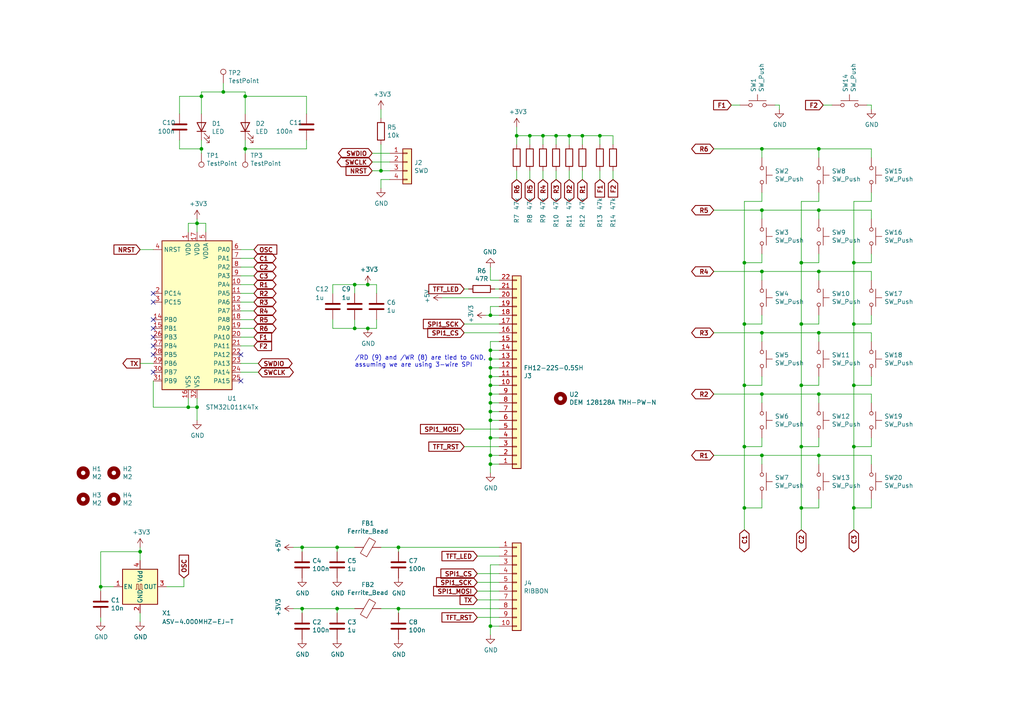
<source format=kicad_sch>
(kicad_sch (version 20211123) (generator eeschema)
  (paper "A4")
  (title_block (title "HMI Board") (date "2020-01-18") (comment 4 "TR-9 Open Source Digital Radio"))
  (lib_symbols
    (symbol "Connector:TestPoint" (pin_numbers hide) (pin_names (offset 0.762) hide)
      (property "Reference" "TP" (at 0 6.858 0))
      (property "Value" "TestPoint" (at 0 5.08 0))
      (symbol "TestPoint_1_1"
        (pin passive line (at 0 0 90) (length 2.54) (name "1") (number "1"))
      )
    )
    (symbol "Connector_Generic:Conn_01x04" (pin_names (offset 1.016) hide)
      (property "Reference" "J" (at 0 5.08 0))
      (property "Value" "Conn_01x04" (at 0 -7.62 0))
      (symbol "Conn_01x04_1_1"
        (pin passive line (at -5.08 2.54 0) (length 3.81) (name "Pin_1") (number "1"))
        (pin passive line (at -5.08 0 0) (length 3.81) (name "Pin_2") (number "2"))
        (pin passive line (at -5.08 -2.54 0) (length 3.81) (name "Pin_3") (number "3"))
        (pin passive line (at -5.08 -5.08 0) (length 3.81) (name "Pin_4") (number "4"))
      )
    )
    (symbol "Connector_Generic:Conn_01x10" (pin_names (offset 1.016) hide)
      (property "Reference" "J" (at 0 12.7 0))
      (property "Value" "Conn_01x10" (at 0 -15.24 0))
      (symbol "Conn_01x10_1_1"
        (pin passive line (at -5.08 10.16 0) (length 3.81) (name "Pin_1") (number "1"))
        (pin passive line (at -5.08 -12.7 0) (length 3.81) (name "Pin_10") (number "10"))
        (pin passive line (at -5.08 7.62 0) (length 3.81) (name "Pin_2") (number "2"))
        (pin passive line (at -5.08 5.08 0) (length 3.81) (name "Pin_3") (number "3"))
        (pin passive line (at -5.08 2.54 0) (length 3.81) (name "Pin_4") (number "4"))
        (pin passive line (at -5.08 0 0) (length 3.81) (name "Pin_5") (number "5"))
        (pin passive line (at -5.08 -2.54 0) (length 3.81) (name "Pin_6") (number "6"))
        (pin passive line (at -5.08 -5.08 0) (length 3.81) (name "Pin_7") (number "7"))
        (pin passive line (at -5.08 -7.62 0) (length 3.81) (name "Pin_8") (number "8"))
        (pin passive line (at -5.08 -10.16 0) (length 3.81) (name "Pin_9") (number "9"))
      )
    )
    (symbol "Connector_Generic:Conn_01x22" (pin_names (offset 1.016) hide)
      (property "Reference" "J" (at 0 27.94 0))
      (property "Value" "Conn_01x22" (at 0 -30.48 0))
      (symbol "Conn_01x22_1_1"
        (pin passive line (at -5.08 25.4 0) (length 3.81) (name "Pin_1") (number "1"))
        (pin passive line (at -5.08 2.54 0) (length 3.81) (name "Pin_10") (number "10"))
        (pin passive line (at -5.08 0 0) (length 3.81) (name "Pin_11") (number "11"))
        (pin passive line (at -5.08 -2.54 0) (length 3.81) (name "Pin_12") (number "12"))
        (pin passive line (at -5.08 -5.08 0) (length 3.81) (name "Pin_13") (number "13"))
        (pin passive line (at -5.08 -7.62 0) (length 3.81) (name "Pin_14") (number "14"))
        (pin passive line (at -5.08 -10.16 0) (length 3.81) (name "Pin_15") (number "15"))
        (pin passive line (at -5.08 -12.7 0) (length 3.81) (name "Pin_16") (number "16"))
        (pin passive line (at -5.08 -15.24 0) (length 3.81) (name "Pin_17") (number "17"))
        (pin passive line (at -5.08 -17.78 0) (length 3.81) (name "Pin_18") (number "18"))
        (pin passive line (at -5.08 -20.32 0) (length 3.81) (name "Pin_19") (number "19"))
        (pin passive line (at -5.08 22.86 0) (length 3.81) (name "Pin_2") (number "2"))
        (pin passive line (at -5.08 -22.86 0) (length 3.81) (name "Pin_20") (number "20"))
        (pin passive line (at -5.08 -25.4 0) (length 3.81) (name "Pin_21") (number "21"))
        (pin passive line (at -5.08 -27.94 0) (length 3.81) (name "Pin_22") (number "22"))
        (pin passive line (at -5.08 20.32 0) (length 3.81) (name "Pin_3") (number "3"))
        (pin passive line (at -5.08 17.78 0) (length 3.81) (name "Pin_4") (number "4"))
        (pin passive line (at -5.08 15.24 0) (length 3.81) (name "Pin_5") (number "5"))
        (pin passive line (at -5.08 12.7 0) (length 3.81) (name "Pin_6") (number "6"))
        (pin passive line (at -5.08 10.16 0) (length 3.81) (name "Pin_7") (number "7"))
        (pin passive line (at -5.08 7.62 0) (length 3.81) (name "Pin_8") (number "8"))
        (pin passive line (at -5.08 5.08 0) (length 3.81) (name "Pin_9") (number "9"))
      )
    )
    (symbol "Device:C" (pin_numbers hide) (pin_names (offset 0.254))
      (property "Reference" "C" (at 0.635 2.54 0))
      (property "Value" "C" (at 0.635 -2.54 0))
      (symbol "C_1_1"
        (pin passive line (at 0 3.81 270) (length 2.794) (name "~") (number "1"))
        (pin passive line (at 0 -3.81 90) (length 2.794) (name "~") (number "2"))
      )
    )
    (symbol "Device:Ferrite_Bead" (pin_numbers hide) (pin_names (offset 0))
      (property "Reference" "FB" (at -3.81 0.635 90))
      (property "Value" "Device_Ferrite_Bead" (at 3.81 0 90))
      (symbol "Ferrite_Bead_1_1"
        (pin passive line (at 0 3.81 270) (length 2.54) (name "~") (number "1"))
        (pin passive line (at 0 -3.81 90) (length 2.54) (name "~") (number "2"))
      )
    )
    (symbol "Device:LED" (pin_numbers hide) (pin_names (offset 1.016) hide)
      (property "Reference" "D" (at 0 2.54 0))
      (property "Value" "LED" (at 0 -2.54 0))
      (symbol "LED_1_1"
        (pin passive line (at -3.81 0 0) (length 2.54) (name "K") (number "1"))
        (pin passive line (at 3.81 0 180) (length 2.54) (name "A") (number "2"))
      )
    )
    (symbol "Device:R" (pin_numbers hide) (pin_names (offset 0))
      (property "Reference" "R" (at 2.032 0 90))
      (property "Value" "R" (at 0 0 90))
      (symbol "R_1_1"
        (pin passive line (at 0 3.81 270) (length 1.27) (name "~") (number "1"))
        (pin passive line (at 0 -3.81 90) (length 1.27) (name "~") (number "2"))
      )
    )
    (symbol "MCU_ST_STM32L0:STM32L011K4Tx"
      (property "Reference" "U" (at -10.16 21.59 0))
      (property "Value" "STM32L011K4Tx" (at 5.08 21.59 0))
      (symbol "STM32L011K4Tx_1_1"
        (pin power_in line (at -2.54 22.86 270) (length 2.54) (name "VDD") (number "1"))
        (pin bidirectional line (at 12.7 7.62 180) (length 2.54) (name "PA4") (number "10"))
        (pin bidirectional line (at 12.7 5.08 180) (length 2.54) (name "PA5") (number "11"))
        (pin bidirectional line (at 12.7 2.54 180) (length 2.54) (name "PA6") (number "12"))
        (pin bidirectional line (at 12.7 0 180) (length 2.54) (name "PA7") (number "13"))
        (pin bidirectional line (at -12.7 -2.54 0) (length 2.54) (name "PB0") (number "14"))
        (pin bidirectional line (at -12.7 -5.08 0) (length 2.54) (name "PB1") (number "15"))
        (pin power_in line (at -2.54 -25.4 90) (length 2.54) (name "VSS") (number "16"))
        (pin power_in line (at 0 22.86 270) (length 2.54) (name "VDD") (number "17"))
        (pin bidirectional line (at 12.7 -2.54 180) (length 2.54) (name "PA8") (number "18"))
        (pin bidirectional line (at 12.7 -5.08 180) (length 2.54) (name "PA9") (number "19"))
        (pin bidirectional line (at -12.7 5.08 0) (length 2.54) (name "PC14") (number "2"))
        (pin bidirectional line (at 12.7 -7.62 180) (length 2.54) (name "PA10") (number "20"))
        (pin bidirectional line (at 12.7 -10.16 180) (length 2.54) (name "PA11") (number "21"))
        (pin bidirectional line (at 12.7 -12.7 180) (length 2.54) (name "PA12") (number "22"))
        (pin bidirectional line (at 12.7 -15.24 180) (length 2.54) (name "PA13") (number "23"))
        (pin bidirectional line (at 12.7 -17.78 180) (length 2.54) (name "PA14") (number "24"))
        (pin bidirectional line (at 12.7 -20.32 180) (length 2.54) (name "PA15") (number "25"))
        (pin bidirectional line (at -12.7 -7.62 0) (length 2.54) (name "PB3") (number "26"))
        (pin bidirectional line (at -12.7 -10.16 0) (length 2.54) (name "PB4") (number "27"))
        (pin bidirectional line (at -12.7 -12.7 0) (length 2.54) (name "PB5") (number "28"))
        (pin bidirectional line (at -12.7 -15.24 0) (length 2.54) (name "PB6") (number "29"))
        (pin bidirectional line (at -12.7 2.54 0) (length 2.54) (name "PC15") (number "3"))
        (pin bidirectional line (at -12.7 -17.78 0) (length 2.54) (name "PB7") (number "30"))
        (pin bidirectional line (at -12.7 -20.32 0) (length 2.54) (name "PB9") (number "31"))
        (pin power_in line (at 0 -25.4 90) (length 2.54) (name "VSS") (number "32"))
        (pin input line (at -12.7 17.78 0) (length 2.54) (name "NRST") (number "4"))
        (pin power_in line (at 2.54 22.86 270) (length 2.54) (name "VDDA") (number "5"))
        (pin bidirectional line (at 12.7 17.78 180) (length 2.54) (name "PA0") (number "6"))
        (pin bidirectional line (at 12.7 15.24 180) (length 2.54) (name "PA1") (number "7"))
        (pin bidirectional line (at 12.7 12.7 180) (length 2.54) (name "PA2") (number "8"))
        (pin bidirectional line (at 12.7 10.16 180) (length 2.54) (name "PA3") (number "9"))
      )
    )
    (symbol "Mechanical:MountingHole" (pin_names (offset 1.016))
      (property "Reference" "H" (at 0 5.08 0))
      (property "Value" "MountingHole" (at 0 3.175 0))
    )
    (symbol "Oscillator:ASV-xxxMHz" (pin_names (offset 0.254))
      (property "Reference" "X" (at -5.08 6.35 0))
      (property "Value" "ASV-xxxMHz" (at 1.27 -6.35 0))
      (symbol "ASV-xxxMHz_1_1"
        (pin input line (at -7.62 0 0) (length 2.54) (name "EN") (number "1"))
        (pin power_in line (at 0 -7.62 90) (length 2.54) (name "GND") (number "2"))
        (pin output line (at 7.62 0 180) (length 2.54) (name "OUT") (number "3"))
        (pin power_in line (at 0 7.62 270) (length 2.54) (name "Vdd") (number "4"))
      )
    )
    (symbol "Switch:SW_Push" (pin_numbers hide) (pin_names (offset 1.016) hide)
      (property "Reference" "SW" (at 1.27 2.54 0))
      (property "Value" "SW_Push" (at 0 -1.524 0))
      (symbol "SW_Push_0_1"
        (pin passive line (at -5.08 0 0) (length 2.54) (name "1") (number "1"))
        (pin passive line (at 5.08 0 180) (length 2.54) (name "2") (number "2"))
      )
    )
    (symbol "power:+3.3V" (power) (pin_names (offset 0))
      (property "Value" "+3.3V" (at 0 3.556 0))
      (symbol "+3.3V_1_1"
        (pin power_in line (at 0 0 90) (length 0) hide (name "+3V3") (number "1"))
      )
    )
    (symbol "power:+5V" (power) (pin_names (offset 0))
      (property "Value" "+5V" (at 0 3.556 0))
      (symbol "+5V_1_1"
        (pin power_in line (at 0 0 90) (length 0) hide (name "+5V") (number "1"))
      )
    )
    (symbol "power:GND" (power) (pin_names (offset 0))
      (property "Value" "GND" (at 0 -3.81 0))
      (symbol "GND_1_1"
        (pin power_in line (at 0 0 270) (length 0) hide (name "GND") (number "1"))
      )
    )
  )
  (junction (at 215.9 93.98))
  (junction (at 165.1 39.37))
  (junction (at 232.41 93.98))
  (junction (at 29.21 170.18))
  (junction (at 220.98 78.74))
  (junction (at 142.24 91.44))
  (junction (at 71.12 43.18))
  (junction (at 149.86 39.37))
  (junction (at 110.49 49.53))
  (junction (at 115.57 158.75))
  (junction (at 247.65 111.76))
  (junction (at 142.24 121.92))
  (junction (at 247.65 147.32))
  (junction (at 173.99 39.37))
  (junction (at 71.12 27.94))
  (junction (at 64.77 26.67))
  (junction (at 142.24 116.84))
  (junction (at 220.98 43.18))
  (junction (at 232.41 147.32))
  (junction (at 247.65 129.54))
  (junction (at 142.24 111.76))
  (junction (at 237.49 96.52))
  (junction (at 106.68 95.25))
  (junction (at 232.41 111.76))
  (junction (at 220.98 96.52))
  (junction (at 106.68 82.55))
  (junction (at 102.87 95.25))
  (junction (at 215.9 129.54))
  (junction (at 142.24 127))
  (junction (at 237.49 114.3))
  (junction (at 115.57 176.53))
  (junction (at 220.98 132.08))
  (junction (at 232.41 76.2))
  (junction (at 40.64 160.02))
  (junction (at 57.15 64.77))
  (junction (at 142.24 106.68))
  (junction (at 157.48 39.37))
  (junction (at 97.79 158.75))
  (junction (at 153.67 39.37))
  (junction (at 58.42 43.18))
  (junction (at 161.29 39.37))
  (junction (at 220.98 114.3))
  (junction (at 58.42 27.94))
  (junction (at 220.98 60.96))
  (junction (at 87.63 176.53))
  (junction (at 247.65 76.2))
  (junction (at 142.24 134.62))
  (junction (at 142.24 114.3))
  (junction (at 215.9 76.2))
  (junction (at 215.9 111.76))
  (junction (at 142.24 101.6))
  (junction (at 237.49 78.74))
  (junction (at 97.79 176.53))
  (junction (at 142.24 104.14))
  (junction (at 215.9 147.32))
  (junction (at 87.63 158.75))
  (junction (at 237.49 43.18))
  (junction (at 57.15 118.11))
  (junction (at 247.65 93.98))
  (junction (at 237.49 132.08))
  (junction (at 54.61 118.11))
  (junction (at 142.24 119.38))
  (junction (at 232.41 129.54))
  (junction (at 142.24 132.08))
  (junction (at 102.87 82.55))
  (junction (at 142.24 109.22))
  (junction (at 237.49 60.96))
  (junction (at 168.91 39.37))
  (junction (at 142.24 181.61))
  (no_connect (at 69.85 110.49))
  (no_connect (at 44.45 102.87))
  (no_connect (at 44.45 87.63))
  (no_connect (at 44.45 85.09))
  (no_connect (at 69.85 102.87))
  (no_connect (at 44.45 100.33))
  (no_connect (at 44.45 95.25))
  (no_connect (at 44.45 92.71))
  (no_connect (at 44.45 107.95))
  (no_connect (at 44.45 97.79))
  (wire (pts (xy 144.78 127) (xy 142.24 127)))
  (wire (pts (xy 87.63 176.53) (xy 97.79 176.53)))
  (wire (pts (xy 40.64 158.75) (xy 40.64 160.02)))
  (wire (pts (xy 113.03 46.99) (xy 107.95 46.99)))
  (wire (pts (xy 220.98 147.32) (xy 220.98 144.78)))
  (wire (pts (xy 252.73 45.72) (xy 252.73 43.18)))
  (wire (pts (xy 57.15 64.77) (xy 57.15 67.31)))
  (wire (pts (xy 161.29 49.53) (xy 161.29 52.07)))
  (wire (pts (xy 215.9 129.54) (xy 215.9 147.32)))
  (wire (pts (xy 247.65 147.32) (xy 247.65 153.67)))
  (wire (pts (xy 97.79 158.75) (xy 102.87 158.75)))
  (wire (pts (xy 153.67 39.37) (xy 153.67 41.91)))
  (wire (pts (xy 142.24 116.84) (xy 142.24 119.38)))
  (wire (pts (xy 237.49 45.72) (xy 237.49 43.18)))
  (wire (pts (xy 58.42 43.18) (xy 58.42 40.64)))
  (wire (pts (xy 110.49 176.53) (xy 115.57 176.53)))
  (wire (pts (xy 64.77 26.67) (xy 58.42 26.67)))
  (wire (pts (xy 212.09 30.48) (xy 214.63 30.48)))
  (wire (pts (xy 252.73 78.74) (xy 237.49 78.74)))
  (wire (pts (xy 215.9 76.2) (xy 220.98 76.2)))
  (wire (pts (xy 220.98 43.18) (xy 207.01 43.18)))
  (wire (pts (xy 59.69 64.77) (xy 57.15 64.77)))
  (wire (pts (xy 96.52 92.71) (xy 96.52 95.25)))
  (wire (pts (xy 44.45 110.49) (xy 44.45 118.11)))
  (wire (pts (xy 44.45 118.11) (xy 54.61 118.11)))
  (wire (pts (xy 142.24 163.83) (xy 142.24 181.61)))
  (wire (pts (xy 237.49 132.08) (xy 220.98 132.08)))
  (wire (pts (xy 215.9 129.54) (xy 220.98 129.54)))
  (wire (pts (xy 153.67 49.53) (xy 153.67 52.07)))
  (wire (pts (xy 138.43 168.91) (xy 144.78 168.91)))
  (wire (pts (xy 220.98 76.2) (xy 220.98 73.66)))
  (wire (pts (xy 102.87 82.55) (xy 102.87 85.09)))
  (wire (pts (xy 110.49 52.07) (xy 110.49 54.61)))
  (wire (pts (xy 59.69 67.31) (xy 59.69 64.77)))
  (wire (pts (xy 252.73 60.96) (xy 237.49 60.96)))
  (wire (pts (xy 237.49 116.84) (xy 237.49 114.3)))
  (wire (pts (xy 71.12 44.45) (xy 71.12 43.18)))
  (wire (pts (xy 232.41 93.98) (xy 232.41 76.2)))
  (wire (pts (xy 237.49 111.76) (xy 232.41 111.76)))
  (wire (pts (xy 102.87 92.71) (xy 102.87 95.25)))
  (wire (pts (xy 247.65 93.98) (xy 252.73 93.98)))
  (wire (pts (xy 138.43 179.07) (xy 144.78 179.07)))
  (wire (pts (xy 168.91 39.37) (xy 165.1 39.37)))
  (wire (pts (xy 110.49 41.91) (xy 110.49 49.53)))
  (wire (pts (xy 232.41 93.98) (xy 237.49 93.98)))
  (wire (pts (xy 69.85 77.47) (xy 73.66 77.47)))
  (wire (pts (xy 168.91 39.37) (xy 173.99 39.37)))
  (wire (pts (xy 252.73 96.52) (xy 237.49 96.52)))
  (wire (pts (xy 87.63 160.02) (xy 87.63 158.75)))
  (wire (pts (xy 220.98 78.74) (xy 207.01 78.74)))
  (wire (pts (xy 142.24 119.38) (xy 142.24 121.92)))
  (wire (pts (xy 237.49 99.06) (xy 237.49 96.52)))
  (wire (pts (xy 161.29 39.37) (xy 157.48 39.37)))
  (wire (pts (xy 52.07 27.94) (xy 52.07 33.02)))
  (wire (pts (xy 247.65 147.32) (xy 247.65 129.54)))
  (wire (pts (xy 142.24 106.68) (xy 142.24 109.22)))
  (wire (pts (xy 215.9 111.76) (xy 215.9 129.54)))
  (wire (pts (xy 144.78 88.9) (xy 142.24 88.9)))
  (wire (pts (xy 220.98 111.76) (xy 220.98 109.22)))
  (wire (pts (xy 142.24 111.76) (xy 142.24 114.3)))
  (wire (pts (xy 102.87 95.25) (xy 106.68 95.25)))
  (wire (pts (xy 252.73 76.2) (xy 252.73 73.66)))
  (wire (pts (xy 44.45 72.39) (xy 40.64 72.39)))
  (wire (pts (xy 247.65 76.2) (xy 247.65 58.42)))
  (wire (pts (xy 252.73 81.28) (xy 252.73 78.74)))
  (wire (pts (xy 69.85 92.71) (xy 73.66 92.71)))
  (wire (pts (xy 173.99 49.53) (xy 173.99 52.07)))
  (wire (pts (xy 142.24 101.6) (xy 144.78 101.6)))
  (wire (pts (xy 140.97 91.44) (xy 142.24 91.44)))
  (wire (pts (xy 96.52 95.25) (xy 102.87 95.25)))
  (wire (pts (xy 142.24 106.68) (xy 144.78 106.68)))
  (wire (pts (xy 220.98 96.52) (xy 207.01 96.52)))
  (wire (pts (xy 54.61 118.11) (xy 57.15 118.11)))
  (wire (pts (xy 252.73 144.78) (xy 252.73 147.32)))
  (wire (pts (xy 142.24 109.22) (xy 142.24 111.76)))
  (wire (pts (xy 58.42 44.45) (xy 58.42 43.18)))
  (wire (pts (xy 168.91 41.91) (xy 168.91 39.37)))
  (wire (pts (xy 138.43 161.29) (xy 144.78 161.29)))
  (wire (pts (xy 220.98 129.54) (xy 220.98 127)))
  (wire (pts (xy 142.24 181.61) (xy 142.24 184.15)))
  (wire (pts (xy 215.9 58.42) (xy 220.98 58.42)))
  (wire (pts (xy 142.24 121.92) (xy 144.78 121.92)))
  (wire (pts (xy 144.78 129.54) (xy 134.62 129.54)))
  (wire (pts (xy 252.73 93.98) (xy 252.73 91.44)))
  (wire (pts (xy 247.65 111.76) (xy 247.65 93.98)))
  (wire (pts (xy 142.24 114.3) (xy 142.24 116.84)))
  (wire (pts (xy 237.49 144.78) (xy 237.49 147.32)))
  (wire (pts (xy 73.66 100.33) (xy 69.85 100.33)))
  (wire (pts (xy 177.8 52.07) (xy 177.8 49.53)))
  (wire (pts (xy 247.65 111.76) (xy 252.73 111.76)))
  (wire (pts (xy 142.24 132.08) (xy 142.24 134.62)))
  (wire (pts (xy 215.9 147.32) (xy 215.9 153.67)))
  (wire (pts (xy 226.06 30.48) (xy 226.06 31.75)))
  (wire (pts (xy 237.49 129.54) (xy 232.41 129.54)))
  (wire (pts (xy 96.52 82.55) (xy 96.52 85.09)))
  (wire (pts (xy 142.24 134.62) (xy 144.78 134.62)))
  (wire (pts (xy 109.22 85.09) (xy 109.22 82.55)))
  (wire (pts (xy 142.24 163.83) (xy 144.78 163.83)))
  (wire (pts (xy 87.63 158.75) (xy 85.09 158.75)))
  (wire (pts (xy 54.61 64.77) (xy 57.15 64.77)))
  (wire (pts (xy 232.41 111.76) (xy 232.41 93.98)))
  (wire (pts (xy 232.41 147.32) (xy 232.41 153.67)))
  (wire (pts (xy 161.29 39.37) (xy 161.29 41.91)))
  (wire (pts (xy 113.03 52.07) (xy 110.49 52.07)))
  (wire (pts (xy 71.12 26.67) (xy 64.77 26.67)))
  (wire (pts (xy 69.85 82.55) (xy 73.66 82.55)))
  (wire (pts (xy 252.73 30.48) (xy 252.73 31.75)))
  (wire (pts (xy 69.85 85.09) (xy 73.66 85.09)))
  (wire (pts (xy 142.24 104.14) (xy 142.24 106.68)))
  (wire (pts (xy 220.98 63.5) (xy 220.98 60.96)))
  (wire (pts (xy 73.66 97.79) (xy 69.85 97.79)))
  (wire (pts (xy 71.12 27.94) (xy 71.12 26.67)))
  (wire (pts (xy 237.49 127) (xy 237.49 129.54)))
  (wire (pts (xy 142.24 119.38) (xy 144.78 119.38)))
  (wire (pts (xy 40.64 160.02) (xy 40.64 162.56)))
  (wire (pts (xy 232.41 58.42) (xy 237.49 58.42)))
  (wire (pts (xy 52.07 43.18) (xy 58.42 43.18)))
  (wire (pts (xy 115.57 176.53) (xy 144.78 176.53)))
  (wire (pts (xy 53.34 170.18) (xy 53.34 167.64)))
  (wire (pts (xy 110.49 158.75) (xy 115.57 158.75)))
  (wire (pts (xy 220.98 60.96) (xy 207.01 60.96)))
  (wire (pts (xy 220.98 114.3) (xy 207.01 114.3)))
  (wire (pts (xy 142.24 132.08) (xy 144.78 132.08)))
  (wire (pts (xy 58.42 27.94) (xy 58.42 33.02)))
  (wire (pts (xy 97.79 176.53) (xy 102.87 176.53)))
  (wire (pts (xy 29.21 160.02) (xy 29.21 170.18)))
  (wire (pts (xy 71.12 33.02) (xy 71.12 27.94)))
  (wire (pts (xy 144.78 124.46) (xy 134.62 124.46)))
  (wire (pts (xy 220.98 132.08) (xy 220.98 134.62)))
  (wire (pts (xy 237.49 43.18) (xy 220.98 43.18)))
  (wire (pts (xy 232.41 129.54) (xy 232.41 111.76)))
  (wire (pts (xy 153.67 39.37) (xy 149.86 39.37)))
  (wire (pts (xy 52.07 27.94) (xy 58.42 27.94)))
  (wire (pts (xy 247.65 93.98) (xy 247.65 76.2)))
  (wire (pts (xy 87.63 158.75) (xy 97.79 158.75)))
  (wire (pts (xy 247.65 58.42) (xy 252.73 58.42)))
  (wire (pts (xy 69.85 107.95) (xy 74.93 107.95)))
  (wire (pts (xy 237.49 147.32) (xy 232.41 147.32)))
  (wire (pts (xy 106.68 82.55) (xy 102.87 82.55)))
  (wire (pts (xy 215.9 93.98) (xy 220.98 93.98)))
  (wire (pts (xy 54.61 115.57) (xy 54.61 118.11)))
  (wire (pts (xy 142.24 134.62) (xy 142.24 137.16)))
  (wire (pts (xy 220.98 99.06) (xy 220.98 96.52)))
  (wire (pts (xy 168.91 49.53) (xy 168.91 52.07)))
  (wire (pts (xy 88.9 43.18) (xy 71.12 43.18)))
  (wire (pts (xy 69.85 90.17) (xy 73.66 90.17)))
  (wire (pts (xy 252.73 99.06) (xy 252.73 96.52)))
  (wire (pts (xy 144.78 81.28) (xy 142.24 81.28)))
  (wire (pts (xy 247.65 129.54) (xy 247.65 111.76)))
  (wire (pts (xy 142.24 99.06) (xy 142.24 101.6)))
  (wire (pts (xy 215.9 147.32) (xy 220.98 147.32)))
  (wire (pts (xy 52.07 40.64) (xy 52.07 43.18)))
  (wire (pts (xy 29.21 170.18) (xy 29.21 171.45)))
  (wire (pts (xy 64.77 24.13) (xy 64.77 26.67)))
  (wire (pts (xy 109.22 95.25) (xy 109.22 92.71)))
  (wire (pts (xy 115.57 158.75) (xy 144.78 158.75)))
  (wire (pts (xy 97.79 158.75) (xy 97.79 160.02)))
  (wire (pts (xy 138.43 173.99) (xy 144.78 173.99)))
  (wire (pts (xy 102.87 82.55) (xy 96.52 82.55)))
  (wire (pts (xy 115.57 160.02) (xy 115.57 158.75)))
  (wire (pts (xy 144.78 99.06) (xy 142.24 99.06)))
  (wire (pts (xy 177.8 39.37) (xy 177.8 41.91)))
  (wire (pts (xy 252.73 132.08) (xy 237.49 132.08)))
  (wire (pts (xy 88.9 40.64) (xy 88.9 43.18)))
  (wire (pts (xy 237.49 55.88) (xy 237.49 58.42)))
  (wire (pts (xy 57.15 63.5) (xy 57.15 64.77)))
  (wire (pts (xy 44.45 105.41) (xy 40.64 105.41)))
  (wire (pts (xy 87.63 177.8) (xy 87.63 176.53)))
  (wire (pts (xy 247.65 129.54) (xy 252.73 129.54)))
  (wire (pts (xy 237.49 109.22) (xy 237.49 111.76)))
  (wire (pts (xy 109.22 82.55) (xy 106.68 82.55)))
  (wire (pts (xy 232.41 147.32) (xy 232.41 129.54)))
  (wire (pts (xy 71.12 43.18) (xy 71.12 40.64)))
  (wire (pts (xy 149.86 39.37) (xy 149.86 36.83)))
  (wire (pts (xy 220.98 116.84) (xy 220.98 114.3)))
  (wire (pts (xy 252.73 58.42) (xy 252.73 55.88)))
  (wire (pts (xy 165.1 39.37) (xy 161.29 39.37)))
  (wire (pts (xy 69.85 74.93) (xy 73.66 74.93)))
  (wire (pts (xy 33.02 170.18) (xy 29.21 170.18)))
  (wire (pts (xy 142.24 77.47) (xy 142.24 81.28)))
  (wire (pts (xy 138.43 171.45) (xy 144.78 171.45)))
  (wire (pts (xy 220.98 81.28) (xy 220.98 78.74)))
  (wire (pts (xy 144.78 181.61) (xy 142.24 181.61)))
  (wire (pts (xy 224.79 30.48) (xy 226.06 30.48)))
  (wire (pts (xy 40.64 177.8) (xy 40.64 180.34)))
  (wire (pts (xy 142.24 104.14) (xy 142.24 101.6)))
  (wire (pts (xy 215.9 76.2) (xy 215.9 93.98)))
  (wire (pts (xy 165.1 52.07) (xy 165.1 49.53)))
  (wire (pts (xy 237.49 60.96) (xy 220.98 60.96)))
  (wire (pts (xy 220.98 45.72) (xy 220.98 43.18)))
  (wire (pts (xy 113.03 44.45) (xy 107.95 44.45)))
  (wire (pts (xy 215.9 111.76) (xy 220.98 111.76)))
  (wire (pts (xy 106.68 95.25) (xy 109.22 95.25)))
  (wire (pts (xy 215.9 93.98) (xy 215.9 111.76)))
  (wire (pts (xy 252.73 43.18) (xy 237.49 43.18)))
  (wire (pts (xy 252.73 134.62) (xy 252.73 132.08)))
  (wire (pts (xy 252.73 147.32) (xy 247.65 147.32)))
  (wire (pts (xy 69.85 95.25) (xy 73.66 95.25)))
  (wire (pts (xy 113.03 49.53) (xy 110.49 49.53)))
  (wire (pts (xy 237.49 91.44) (xy 237.49 93.98)))
  (wire (pts (xy 57.15 115.57) (xy 57.15 118.11)))
  (wire (pts (xy 142.24 109.22) (xy 144.78 109.22)))
  (wire (pts (xy 144.78 104.14) (xy 142.24 104.14)))
  (wire (pts (xy 138.43 166.37) (xy 144.78 166.37)))
  (wire (pts (xy 237.49 63.5) (xy 237.49 60.96)))
  (wire (pts (xy 110.49 31.75) (xy 110.49 34.29)))
  (wire (pts (xy 57.15 118.11) (xy 57.15 121.92)))
  (wire (pts (xy 207.01 132.08) (xy 220.98 132.08)))
  (wire (pts (xy 142.24 114.3) (xy 144.78 114.3)))
  (wire (pts (xy 40.64 160.02) (xy 29.21 160.02)))
  (wire (pts (xy 142.24 116.84) (xy 144.78 116.84)))
  (wire (pts (xy 252.73 111.76) (xy 252.73 109.22)))
  (wire (pts (xy 142.24 91.44) (xy 142.24 88.9)))
  (wire (pts (xy 88.9 27.94) (xy 71.12 27.94)))
  (wire (pts (xy 87.63 176.53) (xy 85.09 176.53)))
  (wire (pts (xy 237.49 81.28) (xy 237.49 78.74)))
  (wire (pts (xy 157.48 39.37) (xy 153.67 39.37)))
  (wire (pts (xy 237.49 76.2) (xy 232.41 76.2)))
  (wire (pts (xy 215.9 58.42) (xy 215.9 76.2)))
  (wire (pts (xy 54.61 67.31) (xy 54.61 64.77)))
  (wire (pts (xy 135.89 83.82) (xy 134.62 83.82)))
  (wire (pts (xy 173.99 39.37) (xy 177.8 39.37)))
  (wire (pts (xy 144.78 93.98) (xy 134.62 93.98)))
  (wire (pts (xy 110.49 49.53) (xy 107.95 49.53)))
  (wire (pts (xy 237.49 78.74) (xy 220.98 78.74)))
  (wire (pts (xy 251.46 30.48) (xy 252.73 30.48)))
  (wire (pts (xy 149.86 41.91) (xy 149.86 39.37)))
  (wire (pts (xy 69.85 87.63) (xy 73.66 87.63)))
  (wire (pts (xy 237.49 114.3) (xy 220.98 114.3)))
  (wire (pts (xy 252.73 114.3) (xy 237.49 114.3)))
  (wire (pts (xy 173.99 39.37) (xy 173.99 41.91)))
  (wire (pts (xy 29.21 179.07) (xy 29.21 180.34)))
  (wire (pts (xy 58.42 26.67) (xy 58.42 27.94)))
  (wire (pts (xy 252.73 116.84) (xy 252.73 114.3)))
  (wire (pts (xy 232.41 76.2) (xy 232.41 58.42)))
  (wire (pts (xy 97.79 176.53) (xy 97.79 177.8)))
  (wire (pts (xy 252.73 129.54) (xy 252.73 127)))
  (wire (pts (xy 237.49 132.08) (xy 237.49 134.62)))
  (wire (pts (xy 149.86 52.07) (xy 149.86 49.53)))
  (wire (pts (xy 48.26 170.18) (xy 53.34 170.18)))
  (wire (pts (xy 252.73 63.5) (xy 252.73 60.96)))
  (wire (pts (xy 142.24 111.76) (xy 144.78 111.76)))
  (wire (pts (xy 144.78 96.52) (xy 134.62 96.52)))
  (wire (pts (xy 128.27 86.36) (xy 144.78 86.36)))
  (wire (pts (xy 220.98 55.88) (xy 220.98 58.42)))
  (wire (pts (xy 238.76 30.48) (xy 241.3 30.48)))
  (wire (pts (xy 157.48 39.37) (xy 157.48 41.91)))
  (wire (pts (xy 220.98 91.44) (xy 220.98 93.98)))
  (wire (pts (xy 142.24 127) (xy 142.24 132.08)))
  (wire (pts (xy 165.1 39.37) (xy 165.1 41.91)))
  (wire (pts (xy 115.57 177.8) (xy 115.57 176.53)))
  (wire (pts (xy 88.9 33.02) (xy 88.9 27.94)))
  (wire (pts (xy 69.85 105.41) (xy 74.93 105.41)))
  (wire (pts (xy 143.51 83.82) (xy 144.78 83.82)))
  (wire (pts (xy 69.85 80.01) (xy 73.66 80.01)))
  (wire (pts (xy 142.24 121.92) (xy 142.24 127)))
  (wire (pts (xy 247.65 76.2) (xy 252.73 76.2)))
  (wire (pts (xy 144.78 91.44) (xy 142.24 91.44)))
  (wire (pts (xy 157.48 52.07) (xy 157.48 49.53)))
  (wire (pts (xy 237.49 96.52) (xy 220.98 96.52)))
  (wire (pts (xy 237.49 73.66) (xy 237.49 76.2)))
  (wire (pts (xy 69.85 72.39) (xy 73.66 72.39)))
  (text "/RD (9) and /WR (8) are tied to GND,\nassuming we are using 3-wire SPI" (at 102.87 106.68 0) (effects (font (size 1.27 1.27)) (justify left bottom)))
  (global_label "R1" (shape bidirectional) (at 207.01 132.08 180) (effects (font (thickness 0.254) bold)) (property "Intersheet References" "${INTERSHEET_REFS}" (effects hide)))
  (global_label "R4" (shape bidirectional) (at 73.66 90.17 0) (effects (font (thickness 0.254) bold)) (property "Intersheet References" "${INTERSHEET_REFS}" (effects hide)))
  (global_label "C2" (shape bidirectional) (at 73.66 77.47 0) (effects (font (thickness 0.254) bold)) (property "Intersheet References" "${INTERSHEET_REFS}" (effects hide)))
  (global_label "R4" (shape bidirectional) (at 157.48 52.07 270) (effects (font (thickness 0.254) bold)) (property "Intersheet References" "${INTERSHEET_REFS}" (effects hide)))
  (global_label "SWCLK" (shape bidirectional) (at 74.93 107.95 0) (effects (font (thickness 0.254) bold)) (property "Intersheet References" "${INTERSHEET_REFS}" (effects hide)))
  (global_label "SPI1_CS" (shape input) (at 138.43 166.37 180) (effects (font (thickness 0.254) bold)) (property "Intersheet References" "${INTERSHEET_REFS}" (effects hide)))
  (global_label "TFT_RST" (shape input) (at 134.62 129.54 180) (effects (font (thickness 0.254) bold)) (property "Intersheet References" "${INTERSHEET_REFS}" (effects hide)))
  (global_label "SPI1_CS" (shape input) (at 134.62 96.52 180) (effects (font (thickness 0.254) bold)) (property "Intersheet References" "${INTERSHEET_REFS}" (effects hide)))
  (global_label "R2" (shape bidirectional) (at 73.66 85.09 0) (effects (font (thickness 0.254) bold)) (property "Intersheet References" "${INTERSHEET_REFS}" (effects hide)))
  (global_label "R2" (shape bidirectional) (at 165.1 52.07 270) (effects (font (thickness 0.254) bold)) (property "Intersheet References" "${INTERSHEET_REFS}" (effects hide)))
  (global_label "F1" (shape input) (at 173.99 52.07 270) (effects (font (thickness 0.254) bold)) (property "Intersheet References" "${INTERSHEET_REFS}" (effects hide)))
  (global_label "R2" (shape bidirectional) (at 207.01 114.3 180) (effects (font (thickness 0.254) bold)) (property "Intersheet References" "${INTERSHEET_REFS}" (effects hide)))
  (global_label "C3" (shape bidirectional) (at 247.65 153.67 270) (effects (font (thickness 0.254) bold)) (property "Intersheet References" "${INTERSHEET_REFS}" (effects hide)))
  (global_label "R3" (shape bidirectional) (at 73.66 87.63 0) (effects (font (thickness 0.254) bold)) (property "Intersheet References" "${INTERSHEET_REFS}" (effects hide)))
  (global_label "SWDIO" (shape bidirectional) (at 107.95 44.45 180) (effects (font (thickness 0.254) bold)) (property "Intersheet References" "${INTERSHEET_REFS}" (effects hide)))
  (global_label "SWCLK" (shape bidirectional) (at 107.95 46.99 180) (effects (font (thickness 0.254) bold)) (property "Intersheet References" "${INTERSHEET_REFS}" (effects hide)))
  (global_label "F2" (shape input) (at 177.8 52.07 270) (effects (font (thickness 0.254) bold)) (property "Intersheet References" "${INTERSHEET_REFS}" (effects hide)))
  (global_label "TFT_RST" (shape input) (at 138.43 179.07 180) (effects (font (thickness 0.254) bold)) (property "Intersheet References" "${INTERSHEET_REFS}" (effects hide)))
  (global_label "R4" (shape bidirectional) (at 207.01 78.74 180) (effects (font (thickness 0.254) bold)) (property "Intersheet References" "${INTERSHEET_REFS}" (effects hide)))
  (global_label "R3" (shape bidirectional) (at 161.29 52.07 270) (effects (font (thickness 0.254) bold)) (property "Intersheet References" "${INTERSHEET_REFS}" (effects hide)))
  (global_label "NRST" (shape input) (at 107.95 49.53 180) (effects (font (thickness 0.254) bold)) (property "Intersheet References" "${INTERSHEET_REFS}" (effects hide)))
  (global_label "SPI1_MOSI" (shape input) (at 138.43 171.45 180) (effects (font (thickness 0.254) bold)) (property "Intersheet References" "${INTERSHEET_REFS}" (effects hide)))
  (global_label "C1" (shape bidirectional) (at 73.66 74.93 0) (effects (font (thickness 0.254) bold)) (property "Intersheet References" "${INTERSHEET_REFS}" (effects hide)))
  (global_label "R3" (shape bidirectional) (at 207.01 96.52 180) (effects (font (thickness 0.254) bold)) (property "Intersheet References" "${INTERSHEET_REFS}" (effects hide)))
  (global_label "OSC" (shape input) (at 73.66 72.39 0) (effects (font (thickness 0.254) bold)) (property "Intersheet References" "${INTERSHEET_REFS}" (effects hide)))
  (global_label "R6" (shape bidirectional) (at 149.86 52.07 270) (effects (font (thickness 0.254) bold)) (property "Intersheet References" "${INTERSHEET_REFS}" (effects hide)))
  (global_label "SWDIO" (shape bidirectional) (at 74.93 105.41 0) (effects (font (thickness 0.254) bold)) (property "Intersheet References" "${INTERSHEET_REFS}" (effects hide)))
  (global_label "R1" (shape bidirectional) (at 73.66 82.55 0) (effects (font (thickness 0.254) bold)) (property "Intersheet References" "${INTERSHEET_REFS}" (effects hide)))
  (global_label "C3" (shape bidirectional) (at 73.66 80.01 0) (effects (font (thickness 0.254) bold)) (property "Intersheet References" "${INTERSHEET_REFS}" (effects hide)))
  (global_label "NRST" (shape input) (at 40.64 72.39 180) (effects (font (thickness 0.254) bold)) (property "Intersheet References" "${INTERSHEET_REFS}" (effects hide)))
  (global_label "R5" (shape bidirectional) (at 153.67 52.07 270) (effects (font (thickness 0.254) bold)) (property "Intersheet References" "${INTERSHEET_REFS}" (effects hide)))
  (global_label "C2" (shape bidirectional) (at 232.41 153.67 270) (effects (font (thickness 0.254) bold)) (property "Intersheet References" "${INTERSHEET_REFS}" (effects hide)))
  (global_label "TX" (shape input) (at 138.43 173.99 180) (effects (font (thickness 0.254) bold)) (property "Intersheet References" "${INTERSHEET_REFS}" (effects hide)))
  (global_label "R6" (shape bidirectional) (at 207.01 43.18 180) (effects (font (thickness 0.254) bold)) (property "Intersheet References" "${INTERSHEET_REFS}" (effects hide)))
  (global_label "SPI1_SCK" (shape input) (at 138.43 168.91 180) (effects (font (thickness 0.254) bold)) (property "Intersheet References" "${INTERSHEET_REFS}" (effects hide)))
  (global_label "F1" (shape input) (at 212.09 30.48 180) (effects (font (thickness 0.254) bold)) (property "Intersheet References" "${INTERSHEET_REFS}" (effects hide)))
  (global_label "F2" (shape input) (at 73.66 100.33 0) (effects (font (thickness 0.254) bold)) (property "Intersheet References" "${INTERSHEET_REFS}" (effects hide)))
  (global_label "R5" (shape bidirectional) (at 207.01 60.96 180) (effects (font (thickness 0.254) bold)) (property "Intersheet References" "${INTERSHEET_REFS}" (effects hide)))
  (global_label "R1" (shape bidirectional) (at 168.91 52.07 270) (effects (font (thickness 0.254) bold)) (property "Intersheet References" "${INTERSHEET_REFS}" (effects hide)))
  (global_label "F2" (shape input) (at 238.76 30.48 180) (effects (font (thickness 0.254) bold)) (property "Intersheet References" "${INTERSHEET_REFS}" (effects hide)))
  (global_label "R6" (shape bidirectional) (at 73.66 95.25 0) (effects (font (thickness 0.254) bold)) (property "Intersheet References" "${INTERSHEET_REFS}" (effects hide)))
  (global_label "OSC" (shape input) (at 53.34 167.64 90) (effects (font (thickness 0.254) bold)) (property "Intersheet References" "${INTERSHEET_REFS}" (effects hide)))
  (global_label "TFT_LED" (shape input) (at 134.62 83.82 180) (effects (font (thickness 0.254) bold)) (property "Intersheet References" "${INTERSHEET_REFS}" (effects hide)))
  (global_label "SPI1_MOSI" (shape input) (at 134.62 124.46 180) (effects (font (thickness 0.254) bold)) (property "Intersheet References" "${INTERSHEET_REFS}" (effects hide)))
  (global_label "F1" (shape input) (at 73.66 97.79 0) (effects (font (thickness 0.254) bold)) (property "Intersheet References" "${INTERSHEET_REFS}" (effects hide)))
  (global_label "TX" (shape output) (at 40.64 105.41 180) (effects (font (thickness 0.254) bold)) (property "Intersheet References" "${INTERSHEET_REFS}" (effects hide)))
  (global_label "C1" (shape bidirectional) (at 215.9 153.67 270) (effects (font (thickness 0.254) bold)) (property "Intersheet References" "${INTERSHEET_REFS}" (effects hide)))
  (global_label "R5" (shape bidirectional) (at 73.66 92.71 0) (effects (font (thickness 0.254) bold)) (property "Intersheet References" "${INTERSHEET_REFS}" (effects hide)))
  (global_label "TFT_LED" (shape input) (at 138.43 161.29 180) (effects (font (thickness 0.254) bold)) (property "Intersheet References" "${INTERSHEET_REFS}" (effects hide)))
  (global_label "SPI1_SCK" (shape input) (at 134.62 93.98 180) (effects (font (thickness 0.254) bold)) (property "Intersheet References" "${INTERSHEET_REFS}" (effects hide)))
  (symbol (lib_id "MCU_ST_STM32L0:STM32L011K4Tx") (at 57.15 90.17 0) (unit 1)
    (property "Reference" "U1" (at 67.31 115.57 0))
    (property "Value" "STM32L011K4Tx" (at 67.31 118.11 0))
    (property "Footprint" "Package_QFP:LQFP-32_7x7mm_P0.8mm" (effects hide))
    (property "Datasheet" "http://www.st.com/st-web-ui/static/active/en/resource/technical/document/datasheet/DM00206508.pdf" (effects hide))
  )
  (symbol (lib_id "power:GND") (at 57.15 121.92 0) (unit 1)
    (property "Reference" "#PWR09" (effects hide))
    (property "Value" "GND" (at 57.277 126.3142 0))
  )
  (symbol (lib_id "power:+3.3V") (at 57.15 63.5 0) (unit 1)
    (property "Reference" "#PWR08" (effects hide))
    (property "Value" "+3.3V" (at 57.531 59.1058 0))
  )
  (symbol (lib_id "Device:C") (at 115.57 163.83 0) (unit 1)
    (property "Reference" "C7" (at 118.491 162.6616 0) (effects (justify left)))
    (property "Value" "100n" (at 118.491 164.973 0) (effects (justify left)))
    (property "Footprint" "Capacitor_SMD:C_0603_1608Metric" (effects hide))
  )
  (symbol (lib_id "power:GND") (at 106.68 95.25 0) (unit 1)
    (property "Reference" "#PWR016" (effects hide))
    (property "Value" "GND" (at 106.807 99.6442 0))
  )
  (symbol (lib_id "Device:C") (at 109.22 88.9 0) (unit 1)
    (property "Reference" "C6" (at 112.141 87.7316 0) (effects (justify left)))
    (property "Value" "1u" (at 112.141 90.043 0) (effects (justify left)))
    (property "Footprint" "Capacitor_SMD:C_0603_1608Metric" (effects hide))
  )
  (symbol (lib_id "power:+3.3V") (at 106.68 82.55 0) (unit 1)
    (property "Reference" "#PWR015" (effects hide))
    (property "Value" "+3.3V" (at 107.061 78.1558 0))
  )
  (symbol (lib_id "Connector_Generic:Conn_01x10") (at 149.86 168.91 0) (unit 1)
    (property "Reference" "J4" (at 151.892 169.1132 0) (effects (justify left)))
    (property "Value" "RIBBON" (at 151.892 171.4246 0) (effects (justify left)))
    (property "Footprint" "Connector_FFC-FPC:Hirose_FH12-10S-0.5SH_1x10-1MP_P0.50mm_Horizontal" (effects hide))
  )
  (symbol (lib_id "Connector_Generic:Conn_01x04") (at 118.11 46.99 0) (unit 1)
    (property "Reference" "J2" (at 120.142 47.1932 0) (effects (justify left)))
    (property "Value" "SWD" (at 120.142 49.5046 0) (effects (justify left)))
    (property "Footprint" "Connector_PinHeader_1.27mm:PinHeader_1x04_P1.27mm_Vertical" (effects hide))
  )
  (symbol (lib_id "Device:R") (at 110.49 38.1 0) (unit 1)
    (property "Reference" "R5" (at 112.268 36.9316 0) (effects (justify left)))
    (property "Value" "10k" (at 112.268 39.243 0) (effects (justify left)))
    (property "Footprint" "Resistor_SMD:R_0603_1608Metric" (effects hide))
  )
  (symbol (lib_id "power:+3.3V") (at 110.49 31.75 0) (unit 1)
    (property "Reference" "#PWR013" (effects hide))
    (property "Value" "+3.3V" (at 110.871 27.3558 0))
  )
  (symbol (lib_id "power:GND") (at 110.49 54.61 0) (unit 1)
    (property "Reference" "#PWR014" (effects hide))
    (property "Value" "GND" (at 110.617 59.0042 0))
  )
  (symbol (lib_id "Oscillator:ASV-xxxMHz") (at 40.64 170.18 0) (unit 1)
    (property "Reference" "X1" (at 46.99 177.8 0) (effects (justify left)))
    (property "Value" "ASV-4.000MHZ-EJ-T" (at 46.99 180.34 0) (effects (justify left)))
    (property "Footprint" "Oscillator:Oscillator_SMD_Abracon_ASV-4Pin_7.0x5.1mm" (effects hide))
    (property "Datasheet" "http://www.abracon.com/Oscillators/ASV.pdf" (effects hide))
  )
  (symbol (lib_id "power:GND") (at 40.64 180.34 0) (unit 1)
    (property "Reference" "#PWR05" (effects hide))
    (property "Value" "GND" (at 40.767 184.7342 0))
  )
  (symbol (lib_id "power:+3.3V") (at 40.64 158.75 0) (unit 1)
    (property "Reference" "#PWR04" (effects hide))
    (property "Value" "+3.3V" (at 41.021 154.3558 0))
  )
  (symbol (lib_id "Device:C") (at 29.21 175.26 0) (unit 1)
    (property "Reference" "C1" (at 32.131 174.0916 0) (effects (justify left)))
    (property "Value" "10n" (at 32.131 176.403 0) (effects (justify left)))
    (property "Footprint" "Capacitor_SMD:C_0603_1608Metric" (effects hide))
  )
  (symbol (lib_id "power:GND") (at 29.21 180.34 0) (unit 1)
    (property "Reference" "#PWR01" (effects hide))
    (property "Value" "GND" (at 29.337 184.7342 0))
  )
  (symbol (lib_id "Switch:SW_Push") (at 220.98 139.7 270) (unit 1)
    (property "Reference" "SW7" (at 224.7392 138.5316 90) (effects (justify left)))
    (property "Value" "SW_Push" (at 224.7392 140.843 90) (effects (justify left)))
    (property "Footprint" "Button_Switch_SMD:SW_Push_1P1T_NO_CK_KMR2" (effects hide))
  )
  (symbol (lib_id "Switch:SW_Push") (at 237.49 139.7 270) (unit 1)
    (property "Reference" "SW13" (at 241.2492 138.5316 90) (effects (justify left)))
    (property "Value" "SW_Push" (at 241.2492 140.843 90) (effects (justify left)))
    (property "Footprint" "Button_Switch_SMD:SW_Push_1P1T_NO_CK_KMR2" (effects hide))
  )
  (symbol (lib_id "Switch:SW_Push") (at 252.73 139.7 270) (unit 1)
    (property "Reference" "SW20" (at 256.4892 138.5316 90) (effects (justify left)))
    (property "Value" "SW_Push" (at 256.4892 140.843 90) (effects (justify left)))
    (property "Footprint" "Button_Switch_SMD:SW_Push_1P1T_NO_CK_KMR2" (effects hide))
  )
  (symbol (lib_id "Switch:SW_Push") (at 220.98 121.92 270) (unit 1)
    (property "Reference" "SW6" (at 224.7392 120.7516 90) (effects (justify left)))
    (property "Value" "SW_Push" (at 224.7392 123.063 90) (effects (justify left)))
    (property "Footprint" "Button_Switch_SMD:SW_Push_1P1T_NO_CK_KMR2" (effects hide))
  )
  (symbol (lib_id "Switch:SW_Push") (at 237.49 121.92 270) (unit 1)
    (property "Reference" "SW12" (at 241.2492 120.7516 90) (effects (justify left)))
    (property "Value" "SW_Push" (at 241.2492 123.063 90) (effects (justify left)))
    (property "Footprint" "Button_Switch_SMD:SW_Push_1P1T_NO_CK_KMR2" (effects hide))
  )
  (symbol (lib_id "Switch:SW_Push") (at 252.73 121.92 270) (unit 1)
    (property "Reference" "SW19" (at 256.4892 120.7516 90) (effects (justify left)))
    (property "Value" "SW_Push" (at 256.4892 123.063 90) (effects (justify left)))
    (property "Footprint" "Button_Switch_SMD:SW_Push_1P1T_NO_CK_KMR2" (effects hide))
  )
  (symbol (lib_id "Switch:SW_Push") (at 220.98 104.14 270) (unit 1)
    (property "Reference" "SW5" (at 224.7392 102.9716 90) (effects (justify left)))
    (property "Value" "SW_Push" (at 224.7392 105.283 90) (effects (justify left)))
    (property "Footprint" "Button_Switch_SMD:SW_Push_1P1T_NO_CK_KMR2" (effects hide))
  )
  (symbol (lib_id "Switch:SW_Push") (at 237.49 104.14 270) (unit 1)
    (property "Reference" "SW11" (at 241.2492 102.9716 90) (effects (justify left)))
    (property "Value" "SW_Push" (at 241.2492 105.283 90) (effects (justify left)))
    (property "Footprint" "Button_Switch_SMD:SW_Push_1P1T_NO_CK_KMR2" (effects hide))
  )
  (symbol (lib_id "Switch:SW_Push") (at 252.73 104.14 270) (unit 1)
    (property "Reference" "SW18" (at 256.4892 102.9716 90) (effects (justify left)))
    (property "Value" "SW_Push" (at 256.4892 105.283 90) (effects (justify left)))
    (property "Footprint" "Button_Switch_SMD:SW_Push_1P1T_NO_CK_KMR2" (effects hide))
  )
  (symbol (lib_id "Switch:SW_Push") (at 220.98 86.36 270) (unit 1)
    (property "Reference" "SW4" (at 224.7392 85.1916 90) (effects (justify left)))
    (property "Value" "SW_Push" (at 224.7392 87.503 90) (effects (justify left)))
    (property "Footprint" "Button_Switch_SMD:SW_Push_1P1T_NO_CK_KMR2" (effects hide))
  )
  (symbol (lib_id "Switch:SW_Push") (at 237.49 86.36 270) (unit 1)
    (property "Reference" "SW10" (at 241.2492 85.1916 90) (effects (justify left)))
    (property "Value" "SW_Push" (at 241.2492 87.503 90) (effects (justify left)))
    (property "Footprint" "Button_Switch_SMD:SW_Push_1P1T_NO_CK_KMR2" (effects hide))
  )
  (symbol (lib_id "Switch:SW_Push") (at 252.73 86.36 270) (unit 1)
    (property "Reference" "SW17" (at 256.4892 85.1916 90) (effects (justify left)))
    (property "Value" "SW_Push" (at 256.4892 87.503 90) (effects (justify left)))
    (property "Footprint" "Button_Switch_SMD:SW_Push_1P1T_NO_CK_KMR2" (effects hide))
  )
  (symbol (lib_id "Device:R") (at 149.86 45.72 0) (unit 1)
    (property "Reference" "R7" (at 149.86 64.77 90) (effects (justify left)))
    (property "Value" "47k" (at 149.86 60.96 90) (effects (justify left)))
    (property "Footprint" "Resistor_SMD:R_0603_1608Metric" (effects hide))
  )
  (symbol (lib_id "power:+3.3V") (at 149.86 36.83 0) (unit 1)
    (property "Reference" "#PWR022" (effects hide))
    (property "Value" "+3.3V" (at 150.241 32.4358 0))
  )
  (symbol (lib_id "Connector_Generic:Conn_01x22") (at 149.86 109.22 0) (mirror x) (unit 1)
    (property "Reference" "J3" (at 151.892 109.0168 0) (effects (justify left)))
    (property "Value" "FH12-22S-0.5SH" (at 151.892 106.7054 0) (effects (justify left)))
    (property "Footprint" "Connector_FFC-FPC:Hirose_FH12-22S-0.5SH_1x22-1MP_P0.50mm_Horizontal" (effects hide))
  )
  (symbol (lib_id "Device:R") (at 153.67 45.72 0) (unit 1)
    (property "Reference" "R8" (at 153.67 64.77 90) (effects (justify left)))
    (property "Value" "47k" (at 153.67 60.96 90) (effects (justify left)))
    (property "Footprint" "Resistor_SMD:R_0603_1608Metric" (effects hide))
  )
  (symbol (lib_id "Device:R") (at 157.48 45.72 0) (unit 1)
    (property "Reference" "R9" (at 157.48 64.77 90) (effects (justify left)))
    (property "Value" "47k" (at 157.48 60.96 90) (effects (justify left)))
    (property "Footprint" "Resistor_SMD:R_0603_1608Metric" (effects hide))
  )
  (symbol (lib_id "Device:R") (at 161.29 45.72 0) (unit 1)
    (property "Reference" "R10" (at 161.29 66.04 90) (effects (justify left)))
    (property "Value" "47k" (at 161.29 60.96 90) (effects (justify left)))
    (property "Footprint" "Resistor_SMD:R_0603_1608Metric" (effects hide))
  )
  (symbol (lib_id "Device:R") (at 165.1 45.72 0) (unit 1)
    (property "Reference" "R11" (at 165.1 66.04 90) (effects (justify left)))
    (property "Value" "47k" (at 165.1 60.96 90) (effects (justify left)))
    (property "Footprint" "Resistor_SMD:R_0603_1608Metric" (effects hide))
  )
  (symbol (lib_id "Device:R") (at 168.91 45.72 0) (unit 1)
    (property "Reference" "R12" (at 168.91 66.04 90) (effects (justify left)))
    (property "Value" "47k" (at 168.91 60.96 90) (effects (justify left)))
    (property "Footprint" "Resistor_SMD:R_0603_1608Metric" (effects hide))
  )
  (symbol (lib_id "Switch:SW_Push") (at 220.98 68.58 270) (unit 1)
    (property "Reference" "SW3" (at 224.7392 67.4116 90) (effects (justify left)))
    (property "Value" "SW_Push" (at 224.7392 69.723 90) (effects (justify left)))
    (property "Footprint" "Button_Switch_SMD:SW_Push_1P1T_NO_CK_KMR2" (effects hide))
  )
  (symbol (lib_id "Switch:SW_Push") (at 237.49 68.58 270) (unit 1)
    (property "Reference" "SW9" (at 241.2492 67.4116 90) (effects (justify left)))
    (property "Value" "SW_Push" (at 241.2492 69.723 90) (effects (justify left)))
    (property "Footprint" "Button_Switch_SMD:SW_Push_1P1T_NO_CK_KMR2" (effects hide))
  )
  (symbol (lib_id "Switch:SW_Push") (at 252.73 68.58 270) (unit 1)
    (property "Reference" "SW16" (at 256.4892 67.4116 90) (effects (justify left)))
    (property "Value" "SW_Push" (at 256.4892 69.723 90) (effects (justify left)))
    (property "Footprint" "Button_Switch_SMD:SW_Push_1P1T_NO_CK_KMR2" (effects hide))
  )
  (symbol (lib_id "Switch:SW_Push") (at 220.98 50.8 270) (unit 1)
    (property "Reference" "SW2" (at 224.7392 49.6316 90) (effects (justify left)))
    (property "Value" "SW_Push" (at 224.7392 51.943 90) (effects (justify left)))
    (property "Footprint" "Button_Switch_SMD:SW_Push_1P1T_NO_CK_KMR2" (effects hide))
  )
  (symbol (lib_id "Switch:SW_Push") (at 237.49 50.8 270) (unit 1)
    (property "Reference" "SW8" (at 241.2492 49.6316 90) (effects (justify left)))
    (property "Value" "SW_Push" (at 241.2492 51.943 90) (effects (justify left)))
    (property "Footprint" "Button_Switch_SMD:SW_Push_1P1T_NO_CK_KMR2" (effects hide))
  )
  (symbol (lib_id "Switch:SW_Push") (at 252.73 50.8 270) (unit 1)
    (property "Reference" "SW15" (at 256.4892 49.6316 90) (effects (justify left)))
    (property "Value" "SW_Push" (at 256.4892 51.943 90) (effects (justify left)))
    (property "Footprint" "Button_Switch_SMD:SW_Push_1P1T_NO_CK_KMR2" (effects hide))
  )
  (symbol (lib_id "Device:R") (at 173.99 45.72 0) (unit 1)
    (property "Reference" "R13" (at 173.99 66.04 90) (effects (justify left)))
    (property "Value" "47k" (at 173.99 60.96 90) (effects (justify left)))
    (property "Footprint" "Resistor_SMD:R_0603_1608Metric" (effects hide))
  )
  (symbol (lib_id "Device:R") (at 177.8 45.72 0) (unit 1)
    (property "Reference" "R14" (at 177.8 66.04 90) (effects (justify left)))
    (property "Value" "47k" (at 177.8 60.96 90) (effects (justify left)))
    (property "Footprint" "Resistor_SMD:R_0603_1608Metric" (effects hide))
  )
  (symbol (lib_id "power:GND") (at 226.06 31.75 0) (unit 1)
    (property "Reference" "#PWR023" (effects hide))
    (property "Value" "GND" (at 226.187 36.1442 0))
  )
  (symbol (lib_id "power:GND") (at 252.73 31.75 0) (unit 1)
    (property "Reference" "#PWR024" (effects hide))
    (property "Value" "GND" (at 252.857 36.1442 0))
  )
  (symbol (lib_id "Device:Ferrite_Bead") (at 106.68 158.75 270) (unit 1)
    (property "Reference" "FB1" (at 106.68 151.7904 90))
    (property "Value" "Ferrite_Bead" (at 106.68 154.1018 90))
    (property "Footprint" "Inductor_SMD:L_0603_1608Metric" (effects hide))
  )
  (symbol (lib_id "Device:C") (at 97.79 163.83 0) (unit 1)
    (property "Reference" "C5" (at 100.711 162.6616 0) (effects (justify left)))
    (property "Value" "1u" (at 100.711 164.973 0) (effects (justify left)))
    (property "Footprint" "Capacitor_SMD:C_0603_1608Metric" (effects hide))
  )
  (symbol (lib_id "Device:C") (at 87.63 163.83 0) (unit 1)
    (property "Reference" "C4" (at 90.551 162.6616 0) (effects (justify left)))
    (property "Value" "100n" (at 90.551 164.973 0) (effects (justify left)))
    (property "Footprint" "Capacitor_SMD:C_0603_1608Metric" (effects hide))
  )
  (symbol (lib_id "power:GND") (at 142.24 184.15 0) (unit 1)
    (property "Reference" "#PWR021" (effects hide))
    (property "Value" "GND" (at 142.367 188.5442 0))
  )
  (symbol (lib_id "power:GND") (at 97.79 167.64 0) (unit 1)
    (property "Reference" "#PWR012" (effects hide))
    (property "Value" "GND" (at 97.917 172.0342 0))
  )
  (symbol (lib_id "power:+3.3V") (at 85.09 176.53 90) (unit 1)
    (property "Reference" "#PWR011" (effects hide))
    (property "Value" "+3.3V" (at 80.6958 176.149 0))
  )
  (symbol (lib_id "power:GND") (at 115.57 167.64 0) (unit 1)
    (property "Reference" "#PWR017" (effects hide))
    (property "Value" "GND" (at 115.697 172.0342 0))
  )
  (symbol (lib_id "power:GND") (at 87.63 167.64 0) (unit 1)
    (property "Reference" "#PWR010" (effects hide))
    (property "Value" "GND" (at 87.757 172.0342 0))
  )
  (symbol (lib_id "power:GND") (at 142.24 77.47 180) (unit 1)
    (property "Reference" "#PWR019" (effects hide))
    (property "Value" "GND" (at 142.113 73.0758 0))
  )
  (symbol (lib_id "power:+3.3V") (at 140.97 91.44 90) (unit 1)
    (property "Reference" "#PWR018" (effects hide))
    (property "Value" "+3.3V" (at 136.5758 91.059 0))
  )
  (symbol (lib_id "Device:R") (at 139.7 83.82 90) (unit 1)
    (property "Reference" "R6" (at 139.7 78.5622 90))
    (property "Value" "47R" (at 139.7 80.8736 90))
    (property "Footprint" "Resistor_SMD:R_0603_1608Metric" (effects hide))
  )
  (symbol (lib_id "power:+5V") (at 128.27 86.36 90) (unit 1)
    (property "Reference" "#PWR0101" (effects hide))
    (property "Value" "+5V" (at 123.8758 85.979 0))
  )
  (symbol (lib_id "power:+5V") (at 85.09 158.75 90) (unit 1)
    (property "Reference" "#PWR0102" (effects hide))
    (property "Value" "+5V" (at 80.6958 158.369 0))
  )
  (symbol (lib_id "Device:C") (at 115.57 181.61 0) (unit 1)
    (property "Reference" "C8" (at 118.491 180.4416 0) (effects (justify left)))
    (property "Value" "100n" (at 118.491 182.753 0) (effects (justify left)))
    (property "Footprint" "Capacitor_SMD:C_0603_1608Metric" (effects hide))
  )
  (symbol (lib_id "Device:Ferrite_Bead") (at 106.68 176.53 270) (unit 1)
    (property "Reference" "FB2" (at 106.68 169.5704 90))
    (property "Value" "Ferrite_Bead" (at 106.68 171.8818 90))
    (property "Footprint" "Inductor_SMD:L_0603_1608Metric" (effects hide))
  )
  (symbol (lib_id "Device:C") (at 97.79 181.61 0) (unit 1)
    (property "Reference" "C3" (at 100.711 180.4416 0) (effects (justify left)))
    (property "Value" "1u" (at 100.711 182.753 0) (effects (justify left)))
    (property "Footprint" "Capacitor_SMD:C_0603_1608Metric" (effects hide))
  )
  (symbol (lib_id "Device:C") (at 87.63 181.61 0) (unit 1)
    (property "Reference" "C2" (at 90.551 180.4416 0) (effects (justify left)))
    (property "Value" "100n" (at 90.551 182.753 0) (effects (justify left)))
    (property "Footprint" "Capacitor_SMD:C_0603_1608Metric" (effects hide))
  )
  (symbol (lib_id "power:GND") (at 97.79 185.42 0) (unit 1)
    (property "Reference" "#PWR0103" (effects hide))
    (property "Value" "GND" (at 97.917 189.8142 0))
  )
  (symbol (lib_id "power:GND") (at 115.57 185.42 0) (unit 1)
    (property "Reference" "#PWR0104" (effects hide))
    (property "Value" "GND" (at 115.697 189.8142 0))
  )
  (symbol (lib_id "power:GND") (at 87.63 185.42 0) (unit 1)
    (property "Reference" "#PWR0105" (effects hide))
    (property "Value" "GND" (at 87.757 189.8142 0))
  )
  (symbol (lib_id "power:GND") (at 142.24 137.16 0) (unit 1)
    (property "Reference" "#PWR020" (effects hide))
    (property "Value" "GND" (at 142.367 141.5542 0))
  )
  (symbol (lib_id "Device:C") (at 96.52 88.9 0) (unit 1)
    (property "Reference" "C12" (at 91.44 83.82 0) (effects (justify left)))
    (property "Value" "1u" (at 91.44 86.36 0) (effects (justify left)))
    (property "Footprint" "Capacitor_SMD:C_0603_1608Metric" (effects hide))
  )
  (symbol (lib_id "Device:C") (at 102.87 88.9 0) (unit 1)
    (property "Reference" "C9" (at 99.06 83.82 0) (effects (justify left)))
    (property "Value" "1u" (at 99.06 86.36 0) (effects (justify left)))
    (property "Footprint" "Capacitor_SMD:C_0603_1608Metric" (effects hide))
  )
  (symbol (lib_id "Device:LED") (at 58.42 36.83 90) (unit 1)
    (property "Reference" "D1" (at 61.4172 35.8394 90) (effects (justify right)))
    (property "Value" "LED" (at 61.4172 38.1508 90) (effects (justify right)))
    (property "Footprint" "Diode_SMD:D_0603_1608Metric" (effects hide))
  )
  (symbol (lib_id "Device:LED") (at 71.12 36.83 90) (unit 1)
    (property "Reference" "D2" (at 74.1172 35.8394 90) (effects (justify right)))
    (property "Value" "LED" (at 74.1172 38.1508 90) (effects (justify right)))
    (property "Footprint" "Diode_SMD:D_0603_1608Metric" (effects hide))
  )
  (symbol (lib_id "Connector:TestPoint") (at 64.77 24.13 0) (unit 1)
    (property "Reference" "TP2" (at 66.2432 21.1328 0) (effects (justify left)))
    (property "Value" "TestPoint" (at 66.2432 23.4442 0) (effects (justify left)))
    (property "Footprint" "TestPoint:TestPoint_Pad_2.0x2.0mm" (effects hide))
  )
  (symbol (lib_id "Connector:TestPoint") (at 71.12 44.45 180) (unit 1)
    (property "Reference" "TP3" (at 72.5932 45.1104 0) (effects (justify right)))
    (property "Value" "TestPoint" (at 72.5932 47.4218 0) (effects (justify right)))
    (property "Footprint" "TestPoint:TestPoint_Pad_2.0x2.0mm" (effects hide))
  )
  (symbol (lib_id "Connector:TestPoint") (at 58.42 44.45 180) (unit 1)
    (property "Reference" "TP1" (at 59.8932 45.1104 0) (effects (justify right)))
    (property "Value" "TestPoint" (at 59.8932 47.4218 0) (effects (justify right)))
    (property "Footprint" "TestPoint:TestPoint_Pad_2.0x2.0mm" (effects hide))
  )
  (symbol (lib_id "Device:C") (at 52.07 36.83 0) (unit 1)
    (property "Reference" "C10" (at 46.99 35.56 0) (effects (justify left)))
    (property "Value" "100n" (at 45.72 38.1 0) (effects (justify left)))
    (property "Footprint" "Capacitor_SMD:C_0603_1608Metric" (effects hide))
  )
  (symbol (lib_id "Device:C") (at 88.9 36.83 0) (unit 1)
    (property "Reference" "C11" (at 83.82 35.56 0) (effects (justify left)))
    (property "Value" "100n" (at 80.01 38.1 0) (effects (justify left)))
    (property "Footprint" "Capacitor_SMD:C_0603_1608Metric" (effects hide))
  )
  (symbol (lib_id "Mechanical:MountingHole") (at 162.56 115.57 0) (unit 1)
    (property "Reference" "U2" (at 165.1 114.4016 0) (effects (justify left)))
    (property "Value" "DEM 128128A TMH-PW-N" (at 165.1 116.713 0) (effects (justify left)))
    (property "Footprint" "HMI:DEM_128128A_TMH-PW-N" (effects hide))
  )
  (symbol (lib_id "Mechanical:MountingHole") (at 24.13 137.16 0) (unit 1)
    (property "Reference" "H1" (at 26.67 135.9916 0) (effects (justify left)))
    (property "Value" "M2" (at 26.67 138.303 0) (effects (justify left)))
    (property "Footprint" "MountingHole:MountingHole_2.2mm_M2_ISO14580_Pad" (effects hide))
  )
  (symbol (lib_id "Mechanical:MountingHole") (at 33.02 137.16 0) (unit 1)
    (property "Reference" "H2" (at 35.56 135.9916 0) (effects (justify left)))
    (property "Value" "M2" (at 35.56 138.303 0) (effects (justify left)))
    (property "Footprint" "MountingHole:MountingHole_2.2mm_M2_ISO14580_Pad" (effects hide))
  )
  (symbol (lib_id "Mechanical:MountingHole") (at 24.13 144.78 0) (unit 1)
    (property "Reference" "H3" (at 26.67 143.6116 0) (effects (justify left)))
    (property "Value" "M2" (at 26.67 145.923 0) (effects (justify left)))
    (property "Footprint" "MountingHole:MountingHole_2.2mm_M2_ISO14580_Pad" (effects hide))
  )
  (symbol (lib_id "Mechanical:MountingHole") (at 33.02 144.78 0) (unit 1)
    (property "Reference" "H4" (at 35.56 143.6116 0) (effects (justify left)))
    (property "Value" "M2" (at 35.56 145.923 0) (effects (justify left)))
    (property "Footprint" "MountingHole:MountingHole_2.2mm_M2_ISO14580_Pad" (effects hide))
  )
  (symbol (lib_id "Switch:SW_Push") (at 246.38 30.48 0) (unit 1)
    (property "Reference" "SW14" (at 245.2116 26.7208 90) (effects (justify left)))
    (property "Value" "SW_Push" (at 247.523 26.7208 90) (effects (justify left)))
    (property "Footprint" "Button_Switch_SMD:SW_Push_1P1T_NO_CK_KMR2" (effects hide))
  )
  (symbol (lib_id "Switch:SW_Push") (at 219.71 30.48 0) (unit 1)
    (property "Reference" "SW1" (at 218.5416 26.7208 90) (effects (justify left)))
    (property "Value" "SW_Push" (at 220.853 26.7208 90) (effects (justify left)))
    (property "Footprint" "Button_Switch_SMD:SW_Push_1P1T_NO_CK_KMR2" (effects hide))
  )
)
</source>
